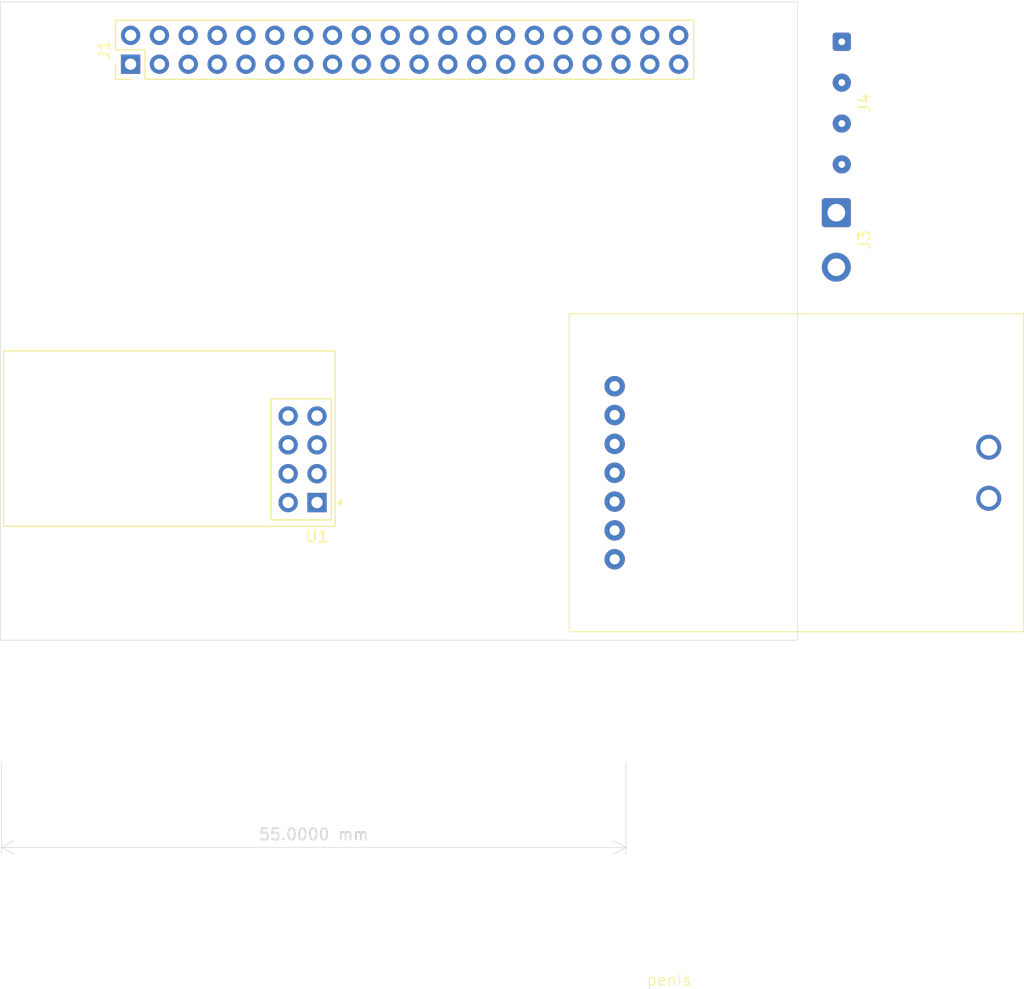
<source format=kicad_pcb>
(kicad_pcb (version 20240108) (generator "pcbnew") (generator_version "8.0")
  (layers (0 "F.Cu" signal) (31 "B.Cu" signal) (34 "B.Paste" user) (35 "F.Paste" user) (36 "B.SilkS" user "B.Silkscreen") (37 "F.SilkS" user "F.Silkscreen") (38 "B.Mask" user) (39 "F.Mask" user) (44 "Edge.Cuts" user))
  (net 0 "")
  (net 4 "+5v")
  (net 6 "GND")
  (net 34 "High")
  (net 35 "Low")
  (net 36 "SO")
  (net 37 "SCK")
  (net 42 "SI")
  (net 44 "CS")
  (net 45 "+5V")
  (footprint "CM5IO:MountingHole_2.7mm_M2.5_DIN965" (layer "F.Cu") (at 167.5 70)
    (property "Reference" "REF**" (hide yes))
    (property "Value" "MountingHole_2.7mm_M2.5_DIN965" (hide yes))
    (pad "" np_thru_hole circle (at 0 0) (size 2.7 2.7) (drill 2.7) (layers "F&B.Cu" "*.Mask") (clearance 1.3))
  )
  (footprint "CM5IO:MountingHole_2.7mm_M2.5_DIN965" (layer "F.Cu") (at 107.25 22.5)
    (property "Reference" "REF**" (hide yes))
    (property "Value" "MountingHole_2.7mm_M2.5_DIN965" (hide yes))
    (pad "" np_thru_hole circle (at 0 0) (size 2.7 2.7) (drill 2.7) (layers "F&B.Cu" "*.Mask") (clearance 1.3))
  )
  (footprint "RF_Module:nRF24L01_Breakout" (layer "F.Cu") (at 129.7895 62.625 180)
    (property "Reference" "U1" (at 0 -3 0) (layer "F.SilkS"))
    (property "Value" "NRF24L01_Breakout")
    (fp_line (start 27.6 13.35) (end -1.6 13.35) (stroke (width 0.12)) (layer "F.SilkS"))
    (fp_line (start 27.6 -2.1) (end 27.6 13.35) (stroke (width 0.12)) (layer "F.SilkS"))
    (fp_line (start 4.064 9.144) (end -1.27 9.144) (stroke (width 0.12)) (layer "F.SilkS"))
    (fp_line (start 4.064 -1.524) (end 4.064 9.144) (stroke (width 0.12)) (layer "F.SilkS"))
    (fp_line (start -1.27 9.144) (end -1.27 9.144) (stroke (width 0.12)) (layer "F.SilkS"))
    (fp_line (start -1.27 9.144) (end -1.27 -1.524) (stroke (width 0.12)) (layer "F.SilkS"))
    (fp_line (start -1.27 -1.524) (end 4.064 -1.524) (stroke (width 0.12)) (layer "F.SilkS"))
    (fp_line (start -1.27 -1.524) (end -1.27 -1.524) (stroke (width 0.12)) (layer "F.SilkS"))
    (fp_line (start -1.6 13.35) (end -1.6 -2.1) (stroke (width 0.12)) (layer "F.SilkS"))
    (fp_line (start -1.6 -2.1) (end 27.6 -2.1) (stroke (width 0.12)) (layer "F.SilkS"))
    (fp_line (start -1.6 -2.1) (end -1.6 -2.1) (stroke (width 0.12)) (layer "F.SilkS"))
    (fp_poly (pts (xy -1.8 0) (xy -2.136 0.24) (xy -2.136 -0.24) (xy -1.8 0)) (stroke (width 0.12)) (fill solid) (layer "F.SilkS"))
    (pad "1" thru_hole rect (at 0 0 180) (size 1.7 1.7) (drill 1) (layers "*.Cu" "*.Mask") (net 6 "GND"))
    (pad "2" thru_hole circle (at 2.54 0 180) (size 1.7 1.7) (drill 1) (layers "*.Cu" "*.Mask"))
    (pad "3" thru_hole circle (at 0 2.54 180) (size 1.7 1.7) (drill 1) (layers "*.Cu" "*.Mask"))
    (pad "4" thru_hole circle (at 2.54 2.54 180) (size 1.7 1.7) (drill 1) (layers "*.Cu" "*.Mask"))
    (pad "5" thru_hole circle (at 0 5.08 180) (size 1.7 1.7) (drill 1) (layers "*.Cu" "*.Mask") (net 37 "SCK"))
    (pad "6" thru_hole circle (at 2.54 5.08 180) (size 1.7 1.7) (drill 1) (layers "*.Cu" "*.Mask") (net 42 "SI"))
    (pad "7" thru_hole circle (at 0 7.62 180) (size 1.7 1.7) (drill 1) (layers "*.Cu" "*.Mask") (net 36 "SO"))
    (pad "8" thru_hole circle (at 2.54 7.62 180) (size 1.7 1.7) (drill 1) (layers "*.Cu" "*.Mask"))
  )
  (footprint "Connector_Wire:SolderWire-0.1sqmm_1x04_P3.6mm_D0.4mm_OD1mm" (layer "F.Cu") (at 176 22.05 -90)
    (property "Reference" "J4" (at 5.4 -2 90) (layer "F.SilkS"))
    (property "Value" "CAN to outer connector")
    (pad "1" thru_hole roundrect (at 0 0 270) (size 1.6 1.6) (drill 0.6) (layers "*.Cu" "*.Mask") (roundrect_rratio 0.15625) (net 35 "Low"))
    (pad "2" thru_hole circle (at 3.6 0 270) (size 1.6 1.6) (drill 0.6) (layers "*.Cu" "*.Mask") (net 34 "High"))
    (pad "3" thru_hole circle (at 7.2 0 270) (size 1.6 1.6) (drill 0.6) (layers "*.Cu" "*.Mask") (net 35 "Low"))
    (pad "4" thru_hole circle (at 10.8 0 270) (size 1.6 1.6) (drill 0.6) (layers "*.Cu" "*.Mask") (net 34 "High"))
  )
  (footprint "0_custom:HiLetgo CAN Bus (Facing Up)" (layer "F.Cu") (at 165.95 62.4)
    (property "Reference" "UNIT_1" (hide yes))
    (property "Value" "HiLetgo CAN Bus" (hide yes))
    (fp_rect (start -13.95 -16.4) (end 26.05 11.6) (stroke (width 0.1)) (fill none) (layer "F.SilkS"))
    (pad "1" thru_hole circle (at -9.95 5.22 180) (size 1.8 1.8) (drill 0.9) (layers "*.Cu" "*.Mask"))
    (pad "2" thru_hole circle (at -9.95 2.68 180) (size 1.8 1.8) (drill 0.9) (layers "*.Cu" "*.Mask") (net 37 "SCK"))
    (pad "3" thru_hole circle (at -9.95 0.14 180) (size 1.8 1.8) (drill 0.9) (layers "*.Cu" "*.Mask") (net 42 "SI"))
    (pad "4" thru_hole circle (at -9.95 -2.4 180) (size 1.8 1.8) (drill 0.9) (layers "*.Cu" "*.Mask") (net 36 "SO"))
    (pad "5" thru_hole circle (at -9.95 -4.94 180) (size 1.8 1.8) (drill 0.9) (layers "*.Cu" "*.Mask") (net 44 "CS"))
    (pad "6" thru_hole circle (at -9.95 -7.48 180) (size 1.8 1.8) (drill 0.9) (layers "*.Cu" "*.Mask") (net 6 "GND"))
    (pad "7" thru_hole circle (at -9.95 -10.02 180) (size 1.8 1.8) (drill 0.9) (layers "*.Cu" "*.Mask") (net 45 "+5V"))
    (pad "8" thru_hole circle (at 22.99 -4.65 180) (size 2.2 2.2) (drill 1.5) (layers "*.Cu" "*.Mask") (net 34 "High"))
    (pad "9" thru_hole circle (at 22.99 -0.15 180) (size 2.2 2.2) (drill 1.5) (layers "*.Cu" "*.Mask") (net 35 "Low"))
  )
  (footprint "Connector_PinHeader_2.54mm:PinHeader_2x20_P2.54mm_Vertical" (layer "F.Cu") (at 113.375 24.025 90)
    (property "Reference" "J1" (at 1.27 -2.33 90) (layer "F.SilkS"))
    (property "Value" "Pi 5 GPIO HEADER" (hide yes))
    (fp_line (start 3.87 -1.33) (end 3.87 49.59) (stroke (width 0.12)) (layer "F.SilkS"))
    (fp_line (start 1.27 -1.33) (end 3.87 -1.33) (stroke (width 0.12)) (layer "F.SilkS"))
    (fp_line (start -1.33 -1.33) (end 0 -1.33) (stroke (width 0.12)) (layer "F.SilkS"))
    (fp_line (start -1.33 0) (end -1.33 -1.33) (stroke (width 0.12)) (layer "F.SilkS"))
    (fp_line (start 1.27 1.27) (end 1.27 -1.33) (stroke (width 0.12)) (layer "F.SilkS"))
    (fp_line (start -1.33 1.27) (end 1.27 1.27) (stroke (width 0.12)) (layer "F.SilkS"))
    (fp_line (start -1.33 1.27) (end -1.33 49.59) (stroke (width 0.12)) (layer "F.SilkS"))
    (fp_line (start -1.33 49.59) (end 3.87 49.59) (stroke (width 0.12)) (layer "F.SilkS"))
    (pad "1" thru_hole rect (at 0 0 90) (size 1.7 1.7) (drill 1) (layers "*.Cu" "*.Mask"))
    (pad "2" thru_hole oval (at 2.54 0 90) (size 1.7 1.7) (drill 1) (layers "*.Cu" "*.Mask") (net 4 "+5v"))
    (pad "3" thru_hole oval (at 0 2.54 90) (size 1.7 1.7) (drill 1) (layers "*.Cu" "*.Mask"))
    (pad "4" thru_hole oval (at 2.54 2.54 90) (size 1.7 1.7) (drill 1) (layers "*.Cu" "*.Mask") (net 4 "+5v"))
    (pad "5" thru_hole oval (at 0 5.08 90) (size 1.7 1.7) (drill 1) (layers "*.Cu" "*.Mask"))
    (pad "6" thru_hole oval (at 2.54 5.08 90) (size 1.7 1.7) (drill 1) (layers "*.Cu" "*.Mask") (net 6 "GND"))
    (pad "7" thru_hole oval (at 0 7.62 90) (size 1.7 1.7) (drill 1) (layers "*.Cu" "*.Mask"))
    (pad "8" thru_hole oval (at 2.54 7.62 90) (size 1.7 1.7) (drill 1) (layers "*.Cu" "*.Mask"))
    (pad "9" thru_hole oval (at 0 10.16 90) (size 1.7 1.7) (drill 1) (layers "*.Cu" "*.Mask"))
    (pad "10" thru_hole oval (at 2.54 10.16 90) (size 1.7 1.7) (drill 1) (layers "*.Cu" "*.Mask"))
    (pad "11" thru_hole oval (at 0 12.7 90) (size 1.7 1.7) (drill 1) (layers "*.Cu" "*.Mask"))
    (pad "12" thru_hole oval (at 2.54 12.7 90) (size 1.7 1.7) (drill 1) (layers "*.Cu" "*.Mask"))
    (pad "13" thru_hole oval (at 0 15.24 90) (size 1.7 1.7) (drill 1) (layers "*.Cu" "*.Mask"))
    (pad "14" thru_hole oval (at 2.54 15.24 90) (size 1.7 1.7) (drill 1) (layers "*.Cu" "*.Mask") (net 6 "GND"))
    (pad "15" thru_hole oval (at 0 17.78 90) (size 1.7 1.7) (drill 1) (layers "*.Cu" "*.Mask"))
    (pad "16" thru_hole oval (at 2.54 17.78 90) (size 1.7 1.7) (drill 1) (layers "*.Cu" "*.Mask"))
    (pad "17" thru_hole oval (at 0 20.32 90) (size 1.7 1.7) (drill 1) (layers "*.Cu" "*.Mask"))
    (pad "18" thru_hole oval (at 2.54 20.32 90) (size 1.7 1.7) (drill 1) (layers "*.Cu" "*.Mask"))
    (pad "19" thru_hole oval (at 0 22.86 90) (size 1.7 1.7) (drill 1) (layers "*.Cu" "*.Mask"))
    (pad "20" thru_hole oval (at 2.54 22.86 90) (size 1.7 1.7) (drill 1) (layers "*.Cu" "*.Mask") (net 6 "GND"))
    (pad "21" thru_hole oval (at 0 25.4 90) (size 1.7 1.7) (drill 1) (layers "*.Cu" "*.Mask"))
    (pad "22" thru_hole oval (at 2.54 25.4 90) (size 1.7 1.7) (drill 1) (layers "*.Cu" "*.Mask"))
    (pad "23" thru_hole oval (at 0 27.94 90) (size 1.7 1.7) (drill 1) (layers "*.Cu" "*.Mask"))
    (pad "24" thru_hole oval (at 2.54 27.94 90) (size 1.7 1.7) (drill 1) (layers "*.Cu" "*.Mask"))
    (pad "25" thru_hole oval (at 0 30.48 90) (size 1.7 1.7) (drill 1) (layers "*.Cu" "*.Mask") (net 6 "GND"))
    (pad "26" thru_hole oval (at 2.54 30.48 90) (size 1.7 1.7) (drill 1) (layers "*.Cu" "*.Mask"))
    (pad "27" thru_hole oval (at 0 33.02 90) (size 1.7 1.7) (drill 1) (layers "*.Cu" "*.Mask"))
    (pad "28" thru_hole oval (at 2.54 33.02 90) (size 1.7 1.7) (drill 1) (layers "*.Cu" "*.Mask"))
    (pad "29" thru_hole oval (at 0 35.56 90) (size 1.7 1.7) (drill 1) (layers "*.Cu" "*.Mask"))
    (pad "30" thru_hole oval (at 2.54 35.56 90) (size 1.7 1.7) (drill 1) (layers "*.Cu" "*.Mask") (net 6 "GND"))
    (pad "31" thru_hole oval (at 0 38.1 90) (size 1.7 1.7) (drill 1) (layers "*.Cu" "*.Mask"))
    (pad "32" thru_hole oval (at 2.54 38.1 90) (size 1.7 1.7) (drill 1) (layers "*.Cu" "*.Mask"))
    (pad "33" thru_hole oval (at 0 40.64 90) (size 1.7 1.7) (drill 1) (layers "*.Cu" "*.Mask"))
    (pad "34" thru_hole oval (at 2.54 40.64 90) (size 1.7 1.7) (drill 1) (layers "*.Cu" "*.Mask") (net 6 "GND"))
    (pad "35" thru_hole oval (at 0 43.18 90) (size 1.7 1.7) (drill 1) (layers "*.Cu" "*.Mask"))
    (pad "36" thru_hole oval (at 2.54 43.18 90) (size 1.7 1.7) (drill 1) (layers "*.Cu" "*.Mask"))
    (pad "37" thru_hole oval (at 0 45.72 90) (size 1.7 1.7) (drill 1) (layers "*.Cu" "*.Mask"))
    (pad "38" thru_hole oval (at 2.54 45.72 90) (size 1.7 1.7) (drill 1) (layers "*.Cu" "*.Mask"))
    (pad "39" thru_hole oval (at 0 48.26 90) (size 1.7 1.7) (drill 1) (layers "*.Cu" "*.Mask") (net 6 "GND"))
    (pad "40" thru_hole oval (at 2.54 48.26 90) (size 1.7 1.7) (drill 1) (layers "*.Cu" "*.Mask"))
  )
  (footprint "CM5IO:MountingHole_2.7mm_M2.5_DIN965" (layer "F.Cu") (at 107.5 70)
    (property "Reference" "REF**" (hide yes))
    (property "Value" "MountingHole_2.7mm_M2.5_DIN965" (hide yes))
    (pad "" np_thru_hole circle (at 0 0) (size 2.7 2.7) (drill 2.7) (layers "F&B.Cu" "*.Mask") (clearance 1.3))
  )
  (footprint "Connector_Wire:SolderWire-0.75sqmm_1x02_P4.8mm_D1.25mm_OD2.3mm" (layer "F.Cu") (at 175.52 37.1 -90)
    (property "Reference" "J3" (at 2.4 -2.47 90) (layer "F.SilkS"))
    (property "Value" "Conn_01x02")
    (pad "1" thru_hole roundrect (at 0 0 270) (size 2.55 2.55) (drill 1.55) (layers "*.Cu" "*.Mask") (roundrect_rratio 0.098039) (net 4 "+5v"))
    (pad "2" thru_hole circle (at 4.8 0 270) (size 2.55 2.55) (drill 1.55) (layers "*.Cu" "*.Mask") (net 6 "GND"))
  )
  (footprint "CM5IO:MountingHole_2.7mm_M2.5_DIN965" (layer "F.Cu") (at 167.5 22.5)
    (property "Reference" "REF**" (hide yes))
    (property "Value" "MountingHole_2.7mm_M2.5_DIN965" (hide yes))
    (pad "" np_thru_hole circle (at 0 0) (size 2.7 2.7) (drill 2.7) (layers "F&B.Cu" "*.Mask") (clearance 1.3))
  )
  (gr_rect (start 101.9 18.55) (end 172.1 74.75) (stroke (width 0.05)) (fill none) (layer "Edge.Cuts"))
  (gr_text "penis" (at 158.75 105.25 0) (layer "F.SilkS") (effects (font (size 1 1) (thickness 0.1)) (justify left bottom)))
  (dimension (type aligned) (layer "Edge.Cuts") (pts (xy 102 85) (xy 157 85)) (height 8) (gr_text "55.0000 mm" (at 129.5 91.85 0) (layer "Edge.Cuts") (effects (font (size 1 1) (thickness 0.15)))) (format (prefix "") (suffix "") (units 3) (units_format 1) (precision 4)) (style (thickness 0.05) (arrow_length 1.27) (text_position_mode 0) (extension_height 0.58642) (extension_offset 0.5) keep_text_aligned))
)
</source>
